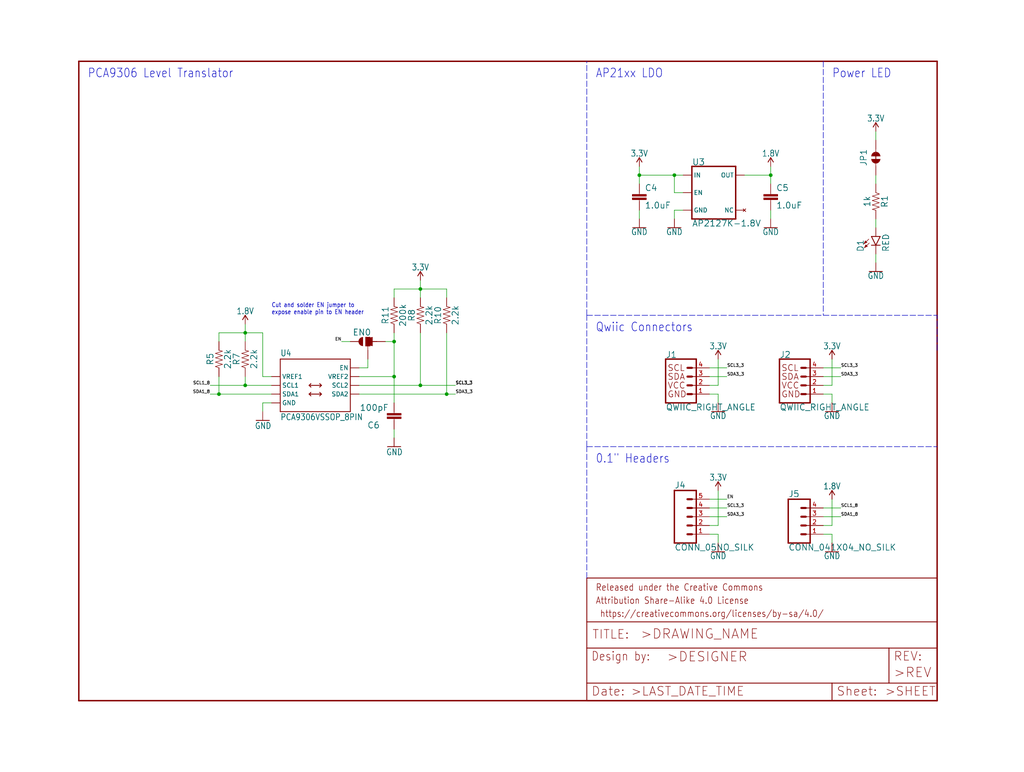
<source format=kicad_sch>
(kicad_sch (version 20211123) (generator eeschema)
  (paper "User" 297.002 223.926)
  (lib_symbols
    (symbol "eagleSchem-eagle-import:1.0UF-0603-16V-10%"
      (property "Reference" "C" (at 1.524 2.921 0))
      (property "Value" "1.0UF-0603-16V-10%" (at 1.524 -2.159 0))
      (symbol "1.0UF-0603-16V-10%_1_0"
        (rectangle (start -2.032 0.508) (end 2.032 1.016) (fill (type outline)))
        (rectangle (start -2.032 1.524) (end 2.032 2.032) (fill (type outline)))
        (polyline (pts (xy 0 0) (xy 0 0.508)) (stroke (width 0.1524)))
        (polyline (pts (xy 0 2.54) (xy 0 2.032)) (stroke (width 0.1524)))
        (pin passive line (at 0 5.08 270) (length 2.54) (name "1") (number "1"))
        (pin passive line (at 0 -2.54 90) (length 2.54) (name "2") (number "2"))
      )
    )
    (symbol "eagleSchem-eagle-import:1.8V" (power)
      (property "Value" "1.8V" (at 0 2.794 0))
      (symbol "1.8V_1_0"
        (polyline (pts (xy 0 2.54) (xy -0.762 1.27)) (stroke (width 0.254)))
        (polyline (pts (xy 0.762 1.27) (xy 0 2.54)) (stroke (width 0.254)))
        (pin power_in line (at 0 0 90) (length 2.54) (name "1.8V") (number "1"))
      )
    )
    (symbol "eagleSchem-eagle-import:100PF-0603-50V-5%"
      (property "Reference" "C" (at 1.524 2.921 0))
      (property "Value" "100PF-0603-50V-5%" (at 1.524 -2.159 0))
      (symbol "100PF-0603-50V-5%_1_0"
        (rectangle (start -2.032 0.508) (end 2.032 1.016) (fill (type outline)))
        (rectangle (start -2.032 1.524) (end 2.032 2.032) (fill (type outline)))
        (polyline (pts (xy 0 0) (xy 0 0.508)) (stroke (width 0.1524)))
        (polyline (pts (xy 0 2.54) (xy 0 2.032)) (stroke (width 0.1524)))
        (pin passive line (at 0 5.08 270) (length 2.54) (name "1") (number "1"))
        (pin passive line (at 0 -2.54 90) (length 2.54) (name "2") (number "2"))
      )
    )
    (symbol "eagleSchem-eagle-import:1KOHM-0603-1{slash}10W-1%"
      (property "Reference" "R" (at 0 1.524 0))
      (property "Value" "1KOHM-0603-1{slash}10W-1%" (at 0 -1.524 0))
      (symbol "1KOHM-0603-1{slash}10W-1%_1_0"
        (polyline (pts (xy -2.54 0) (xy -2.159 1.016)) (stroke (width 0.1524)))
        (polyline (pts (xy -2.159 1.016) (xy -1.524 -1.016)) (stroke (width 0.1524)))
        (polyline (pts (xy -1.524 -1.016) (xy -0.889 1.016)) (stroke (width 0.1524)))
        (polyline (pts (xy -0.889 1.016) (xy -0.254 -1.016)) (stroke (width 0.1524)))
        (polyline (pts (xy -0.254 -1.016) (xy 0.381 1.016)) (stroke (width 0.1524)))
        (polyline (pts (xy 0.381 1.016) (xy 1.016 -1.016)) (stroke (width 0.1524)))
        (polyline (pts (xy 1.016 -1.016) (xy 1.651 1.016)) (stroke (width 0.1524)))
        (polyline (pts (xy 1.651 1.016) (xy 2.286 -1.016)) (stroke (width 0.1524)))
        (polyline (pts (xy 2.286 -1.016) (xy 2.54 0)) (stroke (width 0.1524)))
        (pin passive line (at -5.08 0 0) (length 2.54) (name "1") (number "1"))
        (pin passive line (at 5.08 0 180) (length 2.54) (name "2") (number "2"))
      )
    )
    (symbol "eagleSchem-eagle-import:2.2KOHM-0603-1{slash}10W-1%"
      (property "Reference" "R" (at 0 1.524 0))
      (property "Value" "2.2KOHM-0603-1{slash}10W-1%" (at 0 -1.524 0))
      (symbol "2.2KOHM-0603-1{slash}10W-1%_1_0"
        (polyline (pts (xy -2.54 0) (xy -2.159 1.016)) (stroke (width 0.1524)))
        (polyline (pts (xy -2.159 1.016) (xy -1.524 -1.016)) (stroke (width 0.1524)))
        (polyline (pts (xy -1.524 -1.016) (xy -0.889 1.016)) (stroke (width 0.1524)))
        (polyline (pts (xy -0.889 1.016) (xy -0.254 -1.016)) (stroke (width 0.1524)))
        (polyline (pts (xy -0.254 -1.016) (xy 0.381 1.016)) (stroke (width 0.1524)))
        (polyline (pts (xy 0.381 1.016) (xy 1.016 -1.016)) (stroke (width 0.1524)))
        (polyline (pts (xy 1.016 -1.016) (xy 1.651 1.016)) (stroke (width 0.1524)))
        (polyline (pts (xy 1.651 1.016) (xy 2.286 -1.016)) (stroke (width 0.1524)))
        (polyline (pts (xy 2.286 -1.016) (xy 2.54 0)) (stroke (width 0.1524)))
        (pin passive line (at -5.08 0 0) (length 2.54) (name "1") (number "1"))
        (pin passive line (at 5.08 0 180) (length 2.54) (name "2") (number "2"))
      )
    )
    (symbol "eagleSchem-eagle-import:200KOHM-0603-1{slash}10W-1%"
      (property "Reference" "R" (at 0 1.524 0))
      (property "Value" "200KOHM-0603-1{slash}10W-1%" (at 0 -1.524 0))
      (symbol "200KOHM-0603-1{slash}10W-1%_1_0"
        (polyline (pts (xy -2.54 0) (xy -2.159 1.016)) (stroke (width 0.1524)))
        (polyline (pts (xy -2.159 1.016) (xy -1.524 -1.016)) (stroke (width 0.1524)))
        (polyline (pts (xy -1.524 -1.016) (xy -0.889 1.016)) (stroke (width 0.1524)))
        (polyline (pts (xy -0.889 1.016) (xy -0.254 -1.016)) (stroke (width 0.1524)))
        (polyline (pts (xy -0.254 -1.016) (xy 0.381 1.016)) (stroke (width 0.1524)))
        (polyline (pts (xy 0.381 1.016) (xy 1.016 -1.016)) (stroke (width 0.1524)))
        (polyline (pts (xy 1.016 -1.016) (xy 1.651 1.016)) (stroke (width 0.1524)))
        (polyline (pts (xy 1.651 1.016) (xy 2.286 -1.016)) (stroke (width 0.1524)))
        (polyline (pts (xy 2.286 -1.016) (xy 2.54 0)) (stroke (width 0.1524)))
        (pin passive line (at -5.08 0 0) (length 2.54) (name "1") (number "1"))
        (pin passive line (at 5.08 0 180) (length 2.54) (name "2") (number "2"))
      )
    )
    (symbol "eagleSchem-eagle-import:3.3V" (power)
      (property "Value" "3.3V" (at 0 2.794 0))
      (symbol "3.3V_1_0"
        (polyline (pts (xy 0 2.54) (xy -0.762 1.27)) (stroke (width 0.254)))
        (polyline (pts (xy 0.762 1.27) (xy 0 2.54)) (stroke (width 0.254)))
        (pin power_in line (at 0 0 90) (length 2.54) (name "3.3V") (number "1"))
      )
    )
    (symbol "eagleSchem-eagle-import:CONN_041X04_NO_SILK"
      (property "Reference" "J" (at -5.08 8.128 0))
      (property "Value" "CONN_041X04_NO_SILK" (at -5.08 -7.366 0))
      (symbol "CONN_041X04_NO_SILK_1_0"
        (polyline (pts (xy -5.08 7.62) (xy -5.08 -5.08)) (stroke (width 0.4064)))
        (polyline (pts (xy -5.08 7.62) (xy 1.27 7.62)) (stroke (width 0.4064)))
        (polyline (pts (xy -1.27 -2.54) (xy 0 -2.54)) (stroke (width 0.6096)))
        (polyline (pts (xy -1.27 0) (xy 0 0)) (stroke (width 0.6096)))
        (polyline (pts (xy -1.27 2.54) (xy 0 2.54)) (stroke (width 0.6096)))
        (polyline (pts (xy -1.27 5.08) (xy 0 5.08)) (stroke (width 0.6096)))
        (polyline (pts (xy 1.27 -5.08) (xy -5.08 -5.08)) (stroke (width 0.4064)))
        (polyline (pts (xy 1.27 -5.08) (xy 1.27 7.62)) (stroke (width 0.4064)))
        (pin passive line (at 5.08 -2.54 180) (length 5.08) (name "1") (number "1"))
        (pin passive line (at 5.08 0 180) (length 5.08) (name "2") (number "2"))
        (pin passive line (at 5.08 2.54 180) (length 5.08) (name "3") (number "3"))
        (pin passive line (at 5.08 5.08 180) (length 5.08) (name "4") (number "4"))
      )
    )
    (symbol "eagleSchem-eagle-import:CONN_05NO_SILK"
      (property "Reference" "J" (at -2.54 8.128 0))
      (property "Value" "CONN_05NO_SILK" (at -2.54 -9.906 0))
      (symbol "CONN_05NO_SILK_1_0"
        (polyline (pts (xy -2.54 7.62) (xy -2.54 -7.62)) (stroke (width 0.4064)))
        (polyline (pts (xy -2.54 7.62) (xy 3.81 7.62)) (stroke (width 0.4064)))
        (polyline (pts (xy 1.27 -5.08) (xy 2.54 -5.08)) (stroke (width 0.6096)))
        (polyline (pts (xy 1.27 -2.54) (xy 2.54 -2.54)) (stroke (width 0.6096)))
        (polyline (pts (xy 1.27 0) (xy 2.54 0)) (stroke (width 0.6096)))
        (polyline (pts (xy 1.27 2.54) (xy 2.54 2.54)) (stroke (width 0.6096)))
        (polyline (pts (xy 1.27 5.08) (xy 2.54 5.08)) (stroke (width 0.6096)))
        (polyline (pts (xy 3.81 -7.62) (xy -2.54 -7.62)) (stroke (width 0.4064)))
        (polyline (pts (xy 3.81 -7.62) (xy 3.81 7.62)) (stroke (width 0.4064)))
        (pin passive line (at 7.62 -5.08 180) (length 5.08) (name "1") (number "1"))
        (pin passive line (at 7.62 -2.54 180) (length 5.08) (name "2") (number "2"))
        (pin passive line (at 7.62 0 180) (length 5.08) (name "3") (number "3"))
        (pin passive line (at 7.62 2.54 180) (length 5.08) (name "4") (number "4"))
        (pin passive line (at 7.62 5.08 180) (length 5.08) (name "5") (number "5"))
      )
    )
    (symbol "eagleSchem-eagle-import:FRAME-LETTER"
      (symbol "FRAME-LETTER_1_0"
        (polyline (pts (xy 0 0) (xy 248.92 0)) (stroke (width 0.4064)))
        (polyline (pts (xy 0 185.42) (xy 0 0)) (stroke (width 0.4064)))
        (polyline (pts (xy 0 185.42) (xy 248.92 185.42)) (stroke (width 0.4064)))
        (polyline (pts (xy 248.92 185.42) (xy 248.92 0)) (stroke (width 0.4064)))
      )
      (symbol "FRAME-LETTER_2_0"
        (polyline (pts (xy 0 0) (xy 0 5.08)) (stroke (width 0.254)))
        (polyline (pts (xy 0 0) (xy 71.12 0)) (stroke (width 0.254)))
        (polyline (pts (xy 0 5.08) (xy 0 15.24)) (stroke (width 0.254)))
        (polyline (pts (xy 0 5.08) (xy 71.12 5.08)) (stroke (width 0.254)))
        (polyline (pts (xy 0 15.24) (xy 0 22.86)) (stroke (width 0.254)))
        (polyline (pts (xy 0 22.86) (xy 0 35.56)) (stroke (width 0.254)))
        (polyline (pts (xy 0 22.86) (xy 101.6 22.86)) (stroke (width 0.254)))
        (polyline (pts (xy 71.12 0) (xy 101.6 0)) (stroke (width 0.254)))
        (polyline (pts (xy 71.12 5.08) (xy 71.12 0)) (stroke (width 0.254)))
        (polyline (pts (xy 71.12 5.08) (xy 87.63 5.08)) (stroke (width 0.254)))
        (polyline (pts (xy 87.63 5.08) (xy 101.6 5.08)) (stroke (width 0.254)))
        (polyline (pts (xy 87.63 15.24) (xy 0 15.24)) (stroke (width 0.254)))
        (polyline (pts (xy 87.63 15.24) (xy 87.63 5.08)) (stroke (width 0.254)))
        (polyline (pts (xy 101.6 5.08) (xy 101.6 0)) (stroke (width 0.254)))
        (polyline (pts (xy 101.6 15.24) (xy 87.63 15.24)) (stroke (width 0.254)))
        (polyline (pts (xy 101.6 15.24) (xy 101.6 5.08)) (stroke (width 0.254)))
        (polyline (pts (xy 101.6 22.86) (xy 101.6 15.24)) (stroke (width 0.254)))
        (polyline (pts (xy 101.6 35.56) (xy 0 35.56)) (stroke (width 0.254)))
        (polyline (pts (xy 101.6 35.56) (xy 101.6 22.86)) (stroke (width 0.254)))
        (text " https://creativecommons.org/licenses/by-sa/4.0/" (at 2.54 24.13 0) (effects (font (size 1.9304 1.6408)) (justify left bottom)))
        (text ">DESIGNER" (at 23.114 11.176 0) (effects (font (size 2.7432 2.7432)) (justify left bottom)))
        (text ">DRAWING_NAME" (at 15.494 17.78 0) (effects (font (size 2.7432 2.7432)) (justify left bottom)))
        (text ">LAST_DATE_TIME" (at 12.7 1.27 0) (effects (font (size 2.54 2.54)) (justify left bottom)))
        (text ">REV" (at 88.9 6.604 0) (effects (font (size 2.7432 2.7432)) (justify left bottom)))
        (text ">SHEET" (at 86.36 1.27 0) (effects (font (size 2.54 2.54)) (justify left bottom)))
        (text "Attribution Share-Alike 4.0 License" (at 2.54 27.94 0) (effects (font (size 1.9304 1.6408)) (justify left bottom)))
        (text "Date:" (at 1.27 1.27 0) (effects (font (size 2.54 2.54)) (justify left bottom)))
        (text "Design by:" (at 1.27 11.43 0) (effects (font (size 2.54 2.159)) (justify left bottom)))
        (text "Released under the Creative Commons" (at 2.54 31.75 0) (effects (font (size 1.9304 1.6408)) (justify left bottom)))
        (text "REV:" (at 88.9 11.43 0) (effects (font (size 2.54 2.54)) (justify left bottom)))
        (text "Sheet:" (at 72.39 1.27 0) (effects (font (size 2.54 2.54)) (justify left bottom)))
        (text "TITLE:" (at 1.524 17.78 0) (effects (font (size 2.54 2.54)) (justify left bottom)))
      )
    )
    (symbol "eagleSchem-eagle-import:GND" (power)
      (property "Value" "GND" (at -2.54 -2.54 0))
      (symbol "GND_1_0"
        (polyline (pts (xy -1.905 0) (xy 1.905 0)) (stroke (width 0.254)))
        (pin power_in line (at 0 2.54 270) (length 2.54) (name "GND") (number "1"))
      )
    )
    (symbol "eagleSchem-eagle-import:JUMPER-SMT_2_NC_TRACE_SILK"
      (property "Reference" "JP" (at -2.54 2.54 0))
      (property "Value" "JUMPER-SMT_2_NC_TRACE_SILK" (at -2.54 -2.54 0))
      (symbol "JUMPER-SMT_2_NC_TRACE_SILK_1_0"
        (arc (start -0.381 1.2699) (mid -1.6508 0) (end -0.381 -1.2699) (stroke (width 0.0001)) (fill (type outline)))
        (polyline (pts (xy -2.54 0) (xy -1.651 0)) (stroke (width 0.1524)))
        (polyline (pts (xy -0.762 0) (xy 1.016 0)) (stroke (width 0.254)))
        (polyline (pts (xy 2.54 0) (xy 1.651 0)) (stroke (width 0.1524)))
        (arc (start 0.381 -1.2698) (mid 1.279 -0.898) (end 1.6509 0) (stroke (width 0.0001)) (fill (type outline)))
        (arc (start 1.651 0) (mid 1.2789 0.8979) (end 0.381 1.2699) (stroke (width 0.0001)) (fill (type outline)))
        (pin passive line (at -5.08 0 0) (length 2.54) (name "1") (number "1"))
        (pin passive line (at 5.08 0 180) (length 2.54) (name "2") (number "2"))
      )
    )
    (symbol "eagleSchem-eagle-import:JUMPER-SMT_3_1-NC_TRACE_SILK"
      (property "Reference" "JP" (at 2.54 0.381 0))
      (property "Value" "JUMPER-SMT_3_1-NC_TRACE_SILK" (at 2.54 -0.381 0))
      (symbol "JUMPER-SMT_3_1-NC_TRACE_SILK_1_0"
        (rectangle (start -1.27 -0.635) (end 1.27 0.635) (fill (type outline)))
        (polyline (pts (xy -2.54 0) (xy -1.27 0)) (stroke (width 0.1524)))
        (polyline (pts (xy -1.27 -0.635) (xy -1.27 0)) (stroke (width 0.1524)))
        (polyline (pts (xy -1.27 0) (xy -1.27 0.635)) (stroke (width 0.1524)))
        (polyline (pts (xy -1.27 0.635) (xy 1.27 0.635)) (stroke (width 0.1524)))
        (polyline (pts (xy 0 0) (xy 0 -2.54)) (stroke (width 0.254)))
        (polyline (pts (xy 1.27 -0.635) (xy -1.27 -0.635)) (stroke (width 0.1524)))
        (polyline (pts (xy 1.27 0.635) (xy 1.27 -0.635)) (stroke (width 0.1524)))
        (arc (start 1.27 -1.397) (mid 0 -0.127) (end -1.27 -1.397) (stroke (width 0.0001)) (fill (type outline)))
        (arc (start 1.27 1.397) (mid 0 2.667) (end -1.27 1.397) (stroke (width 0.0001)) (fill (type outline)))
        (pin passive line (at 0 5.08 270) (length 2.54) (name "1") (number "1"))
        (pin passive line (at -5.08 0 0) (length 2.54) (name "2") (number "2"))
        (pin passive line (at 0 -5.08 90) (length 2.54) (name "3") (number "3"))
      )
    )
    (symbol "eagleSchem-eagle-import:LED-RED0603"
      (property "Reference" "D" (at -3.429 -4.572 90))
      (property "Value" "LED-RED0603" (at 1.905 -4.572 90))
      (symbol "LED-RED0603_1_0"
        (polyline (pts (xy -2.032 -0.762) (xy -3.429 -2.159)) (stroke (width 0.1524)))
        (polyline (pts (xy -1.905 -1.905) (xy -3.302 -3.302)) (stroke (width 0.1524)))
        (polyline (pts (xy 0 -2.54) (xy -1.27 -2.54)) (stroke (width 0.254)))
        (polyline (pts (xy 0 -2.54) (xy -1.27 0)) (stroke (width 0.254)))
        (polyline (pts (xy 1.27 -2.54) (xy 0 -2.54)) (stroke (width 0.254)))
        (polyline (pts (xy 1.27 0) (xy -1.27 0)) (stroke (width 0.254)))
        (polyline (pts (xy 1.27 0) (xy 0 -2.54)) (stroke (width 0.254)))
        (polyline (pts (xy -3.429 -2.159) (xy -3.048 -1.27) (xy -2.54 -1.778)) (fill (type outline)))
        (polyline (pts (xy -3.302 -3.302) (xy -2.921 -2.413) (xy -2.413 -2.921)) (fill (type outline)))
        (pin passive line (at 0 2.54 270) (length 2.54) (name "A") (number "A"))
        (pin passive line (at 0 -5.08 90) (length 2.54) (name "C") (number "C"))
      )
    )
    (symbol "eagleSchem-eagle-import:PCA9306VSSOP_8PIN"
      (property "Reference" "U" (at -10.16 8.382 0))
      (property "Value" "PCA9306VSSOP_8PIN" (at -10.16 -10.16 0))
      (symbol "PCA9306VSSOP_8PIN_1_0"
        (polyline (pts (xy -10.16 -7.62) (xy 10.16 -7.62)) (stroke (width 0.254)))
        (polyline (pts (xy -10.16 7.62) (xy -10.16 -7.62)) (stroke (width 0.254)))
        (polyline (pts (xy -1.778 -2.54) (xy -1.27 -3.048)) (stroke (width 0.254)))
        (polyline (pts (xy -1.778 -2.54) (xy -1.27 -2.032)) (stroke (width 0.254)))
        (polyline (pts (xy -1.778 0) (xy -1.27 -0.508)) (stroke (width 0.254)))
        (polyline (pts (xy -1.778 0) (xy -1.27 0.508)) (stroke (width 0.254)))
        (polyline (pts (xy 1.778 -2.54) (xy -1.778 -2.54)) (stroke (width 0.254)))
        (polyline (pts (xy 1.778 -2.54) (xy 1.27 -3.048)) (stroke (width 0.254)))
        (polyline (pts (xy 1.778 -2.54) (xy 1.27 -2.032)) (stroke (width 0.254)))
        (polyline (pts (xy 1.778 0) (xy -1.778 0)) (stroke (width 0.254)))
        (polyline (pts (xy 1.778 0) (xy 1.27 -0.508)) (stroke (width 0.254)))
        (polyline (pts (xy 1.778 0) (xy 1.27 0.508)) (stroke (width 0.254)))
        (polyline (pts (xy 10.16 -7.62) (xy 10.16 7.62)) (stroke (width 0.254)))
        (polyline (pts (xy 10.16 7.62) (xy -10.16 7.62)) (stroke (width 0.254)))
        (pin power_in line (at -12.7 -5.08 0) (length 2.54) (name "GND") (number "P1"))
        (pin power_in line (at -12.7 2.54 0) (length 2.54) (name "VREF1") (number "P2"))
        (pin bidirectional line (at -12.7 0 0) (length 2.54) (name "SCL1") (number "P3"))
        (pin bidirectional line (at -12.7 -2.54 0) (length 2.54) (name "SDA1") (number "P4"))
        (pin bidirectional line (at 12.7 -2.54 180) (length 2.54) (name "SDA2") (number "P5"))
        (pin bidirectional line (at 12.7 0 180) (length 2.54) (name "SCL2") (number "P6"))
        (pin power_in line (at 12.7 2.54 180) (length 2.54) (name "VREF2") (number "P7"))
        (pin input line (at 12.7 5.08 180) (length 2.54) (name "EN") (number "P8"))
      )
    )
    (symbol "eagleSchem-eagle-import:QWIIC_CONNECTORJS-1MM"
      (property "Reference" "J" (at -5.08 7.874 0))
      (property "Value" "QWIIC_CONNECTORJS-1MM" (at -5.08 -5.334 0))
      (symbol "QWIIC_CONNECTORJS-1MM_1_0"
        (polyline (pts (xy -5.08 7.62) (xy -5.08 -5.08)) (stroke (width 0.4064)))
        (polyline (pts (xy -5.08 7.62) (xy 3.81 7.62)) (stroke (width 0.4064)))
        (polyline (pts (xy 1.27 -2.54) (xy 2.54 -2.54)) (stroke (width 0.6096)))
        (polyline (pts (xy 1.27 0) (xy 2.54 0)) (stroke (width 0.6096)))
        (polyline (pts (xy 1.27 2.54) (xy 2.54 2.54)) (stroke (width 0.6096)))
        (polyline (pts (xy 1.27 5.08) (xy 2.54 5.08)) (stroke (width 0.6096)))
        (polyline (pts (xy 3.81 -5.08) (xy -5.08 -5.08)) (stroke (width 0.4064)))
        (polyline (pts (xy 3.81 -5.08) (xy 3.81 7.62)) (stroke (width 0.4064)))
        (text "GND" (at -4.572 -2.54 0) (effects (font (size 1.778 1.778)) (justify left)))
        (text "SCL" (at -4.572 5.08 0) (effects (font (size 1.778 1.778)) (justify left)))
        (text "SDA" (at -4.572 2.54 0) (effects (font (size 1.778 1.778)) (justify left)))
        (text "VCC" (at -4.572 0 0) (effects (font (size 1.778 1.778)) (justify left)))
        (pin power_in line (at 7.62 -2.54 180) (length 5.08) (name "1") (number "1"))
        (pin power_in line (at 7.62 0 180) (length 5.08) (name "2") (number "2"))
        (pin passive line (at 7.62 2.54 180) (length 5.08) (name "3") (number "3"))
        (pin passive line (at 7.62 5.08 180) (length 5.08) (name "4") (number "4"))
      )
    )
    (symbol "eagleSchem-eagle-import:V_REG_AP2127K-1.8V"
      (property "Reference" "U" (at -7.62 7.874 0))
      (property "Value" "V_REG_AP2127K-1.8V" (at -7.62 -7.874 0))
      (symbol "V_REG_AP2127K-1.8V_1_0"
        (polyline (pts (xy -7.62 -7.62) (xy 5.08 -7.62)) (stroke (width 0.4064)))
        (polyline (pts (xy -7.62 7.62) (xy -7.62 -7.62)) (stroke (width 0.4064)))
        (polyline (pts (xy 5.08 -7.62) (xy 5.08 7.62)) (stroke (width 0.4064)))
        (polyline (pts (xy 5.08 7.62) (xy -7.62 7.62)) (stroke (width 0.4064)))
        (pin input line (at -10.16 5.08 0) (length 2.54) (name "IN") (number "1"))
        (pin input line (at -10.16 -5.08 0) (length 2.54) (name "GND") (number "2"))
        (pin input line (at -10.16 0 0) (length 2.54) (name "EN") (number "3"))
        (pin no_connect line (at 7.62 -5.08 180) (length 2.54) (name "NC") (number "4"))
        (pin passive line (at 7.62 5.08 180) (length 2.54) (name "OUT") (number "5"))
      )
    )
  )
  (junction (at 195.58 50.8))
  (junction (at 114.3 99.06))
  (junction (at 121.92 111.76))
  (junction (at 129.54 114.3))
  (junction (at 223.52 50.8))
  (junction (at 71.12 111.76))
  (junction (at 71.12 96.52))
  (junction (at 63.5 114.3))
  (junction (at 114.3 109.22))
  (junction (at 185.42 50.8))
  (junction (at 121.92 83.82))
  (wire (pts (xy 76.2 96.52) (xy 71.12 96.52)))
  (wire (pts (xy 238.76 154.94) (xy 241.3 154.94)))
  (wire (pts (xy 241.3 154.94) (xy 241.3 157.48)))
  (wire (pts (xy 71.12 109.22) (xy 71.12 111.76)))
  (wire (pts (xy 223.52 53.34) (xy 223.52 50.8)))
  (wire (pts (xy 121.92 83.82) (xy 121.92 81.28)))
  (wire (pts (xy 114.3 83.82) (xy 121.92 83.82)))
  (polyline (pts (xy 271.78 101.6) (xy 271.78 91.44)))
  (wire (pts (xy 208.28 111.76) (xy 208.28 104.14)))
  (wire (pts (xy 205.74 152.4) (xy 208.28 152.4)))
  (wire (pts (xy 195.58 55.88) (xy 195.58 50.8)))
  (wire (pts (xy 63.5 99.06) (xy 63.5 96.52)))
  (wire (pts (xy 121.92 96.52) (xy 121.92 111.76)))
  (wire (pts (xy 205.74 147.32) (xy 210.82 147.32)))
  (wire (pts (xy 238.76 149.86) (xy 243.84 149.86)))
  (wire (pts (xy 114.3 124.46) (xy 114.3 127)))
  (wire (pts (xy 254 63.5) (xy 254 66.04)))
  (wire (pts (xy 238.76 106.68) (xy 243.84 106.68)))
  (polyline (pts (xy 238.76 17.78) (xy 238.76 91.44)))
  (wire (pts (xy 78.74 116.84) (xy 76.2 116.84)))
  (wire (pts (xy 205.74 149.86) (xy 210.82 149.86)))
  (wire (pts (xy 198.12 50.8) (xy 195.58 50.8)))
  (polyline (pts (xy 170.18 91.44) (xy 238.76 91.44)))
  (wire (pts (xy 205.74 111.76) (xy 208.28 111.76)))
  (polyline (pts (xy 170.18 129.54) (xy 170.18 91.44)))
  (wire (pts (xy 223.52 48.26) (xy 223.52 50.8)))
  (wire (pts (xy 195.58 50.8) (xy 185.42 50.8)))
  (wire (pts (xy 114.3 99.06) (xy 114.3 109.22)))
  (wire (pts (xy 71.12 96.52) (xy 63.5 96.52)))
  (wire (pts (xy 63.5 109.22) (xy 63.5 114.3)))
  (wire (pts (xy 254 40.64) (xy 254 38.1)))
  (polyline (pts (xy 170.18 167.64) (xy 170.18 129.54)))
  (wire (pts (xy 215.9 50.8) (xy 223.52 50.8)))
  (wire (pts (xy 114.3 96.52) (xy 114.3 99.06)))
  (polyline (pts (xy 238.76 91.44) (xy 271.78 91.44)))
  (wire (pts (xy 238.76 147.32) (xy 243.84 147.32)))
  (wire (pts (xy 71.12 99.06) (xy 71.12 96.52)))
  (wire (pts (xy 223.52 60.96) (xy 223.52 63.5)))
  (wire (pts (xy 129.54 114.3) (xy 132.08 114.3)))
  (polyline (pts (xy 170.18 91.44) (xy 170.18 17.78)))
  (wire (pts (xy 129.54 86.36) (xy 129.54 83.82)))
  (wire (pts (xy 238.76 111.76) (xy 241.3 111.76)))
  (wire (pts (xy 238.76 152.4) (xy 241.3 152.4)))
  (wire (pts (xy 241.3 114.3) (xy 241.3 116.84)))
  (wire (pts (xy 104.14 106.68) (xy 106.68 106.68)))
  (wire (pts (xy 78.74 114.3) (xy 63.5 114.3)))
  (wire (pts (xy 114.3 109.22) (xy 114.3 116.84)))
  (wire (pts (xy 76.2 116.84) (xy 76.2 119.38)))
  (wire (pts (xy 198.12 60.96) (xy 195.58 60.96)))
  (wire (pts (xy 121.92 83.82) (xy 129.54 83.82)))
  (wire (pts (xy 101.6 99.06) (xy 99.06 99.06)))
  (wire (pts (xy 63.5 114.3) (xy 60.96 114.3)))
  (wire (pts (xy 185.42 50.8) (xy 185.42 48.26)))
  (wire (pts (xy 241.3 152.4) (xy 241.3 144.78)))
  (wire (pts (xy 198.12 55.88) (xy 195.58 55.88)))
  (wire (pts (xy 71.12 96.52) (xy 71.12 93.98)))
  (wire (pts (xy 185.42 60.96) (xy 185.42 63.5)))
  (wire (pts (xy 205.74 114.3) (xy 208.28 114.3)))
  (wire (pts (xy 254 53.34) (xy 254 50.8)))
  (wire (pts (xy 121.92 86.36) (xy 121.92 83.82)))
  (wire (pts (xy 104.14 109.22) (xy 114.3 109.22)))
  (wire (pts (xy 208.28 114.3) (xy 208.28 116.84)))
  (wire (pts (xy 121.92 111.76) (xy 132.08 111.76)))
  (wire (pts (xy 208.28 152.4) (xy 208.28 142.24)))
  (wire (pts (xy 254 73.66) (xy 254 76.2)))
  (wire (pts (xy 104.14 111.76) (xy 121.92 111.76)))
  (wire (pts (xy 205.74 109.22) (xy 210.82 109.22)))
  (wire (pts (xy 78.74 109.22) (xy 76.2 109.22)))
  (wire (pts (xy 205.74 154.94) (xy 208.28 154.94)))
  (wire (pts (xy 205.74 144.78) (xy 210.82 144.78)))
  (wire (pts (xy 185.42 53.34) (xy 185.42 50.8)))
  (wire (pts (xy 106.68 106.68) (xy 106.68 104.14)))
  (wire (pts (xy 241.3 111.76) (xy 241.3 104.14)))
  (wire (pts (xy 205.74 106.68) (xy 210.82 106.68)))
  (wire (pts (xy 208.28 154.94) (xy 208.28 157.48)))
  (wire (pts (xy 71.12 111.76) (xy 60.96 111.76)))
  (wire (pts (xy 114.3 86.36) (xy 114.3 83.82)))
  (wire (pts (xy 78.74 111.76) (xy 71.12 111.76)))
  (wire (pts (xy 111.76 99.06) (xy 114.3 99.06)))
  (wire (pts (xy 238.76 109.22) (xy 243.84 109.22)))
  (wire (pts (xy 76.2 109.22) (xy 76.2 96.52)))
  (wire (pts (xy 129.54 96.52) (xy 129.54 114.3)))
  (wire (pts (xy 104.14 114.3) (xy 129.54 114.3)))
  (wire (pts (xy 195.58 60.96) (xy 195.58 63.5)))
  (wire (pts (xy 238.76 114.3) (xy 241.3 114.3)))
  (polyline (pts (xy 170.18 129.54) (xy 271.78 129.54)))
  (text "Cut and solder EN jumper to\nexpose enable pin to EN header" (at 78.74 91.44 180) (effects (font (size 1.27 1.0795)) (justify left bottom)))
  (text "Qwiic Connectors" (at 172.72 96.52 180) (effects (font (size 2.54 2.159)) (justify left bottom)))
  (text "AP21xx LDO" (at 172.72 22.86 180) (effects (font (size 2.54 2.159)) (justify left bottom)))
  (text "PCA9306 Level Translator" (at 25.4 22.86 180) (effects (font (size 2.54 2.159)) (justify left bottom)))
  (text "0.1\" Headers" (at 172.72 134.62 180) (effects (font (size 2.54 2.159)) (justify left bottom)))
  (text "Power LED" (at 241.3 22.86 180) (effects (font (size 2.54 2.159)) (justify left bottom)))
  (label "SDA1_8" (at 243.84 149.86 0) (effects (font (size 0.889 0.889))))
  (label "SCL3_3" (at 132.08 111.76 0) (effects (font (size 0.889 0.889))))
  (label "SDA1_8" (at 60.96 114.3 180) (effects (font (size 0.889 0.889))))
  (label "SCL1_8" (at 243.84 147.32 0) (effects (font (size 0.889 0.889))))
  (label "SCL3_3" (at 132.08 111.76 0) (effects (font (size 0.889 0.889))))
  (label "SCL1_8" (at 60.96 111.76 180) (effects (font (size 0.889 0.889))))
  (label "SCL3_3" (at 210.82 147.32 0) (effects (font (size 0.889 0.889))))
  (label "SDA3_3" (at 243.84 109.22 0) (effects (font (size 0.889 0.889))))
  (label "SDA3_3" (at 210.82 109.22 0) (effects (font (size 0.889 0.889))))
  (label "SDA3_3" (at 132.08 114.3 0) (effects (font (size 0.889 0.889))))
  (label "EN" (at 210.82 144.78 0) (effects (font (size 0.889 0.889))))
  (label "SCL3_3" (at 243.84 106.68 0) (effects (font (size 0.889 0.889))))
  (label "SCL3_3" (at 210.82 106.68 0) (effects (font (size 0.889 0.889))))
  (label "SDA3_3" (at 210.82 149.86 0) (effects (font (size 0.889 0.889))))
  (label "EN" (at 99.06 99.06 180) (effects (font (size 0.889 0.889))))
  (symbol (lib_id "eagleSchem-eagle-import:3.3V") (at 185.42 48.26 0) (unit 1)
    (property "Reference" "#SUPPLY3" (effects hide))
    (property "Value" "3.3V" (at 185.42 45.466 0) (effects (font (size 1.778 1.5113)) (justify bottom)))
    (property "Footprint" "eagleSchem:" (effects hide))
  )
  (symbol (lib_id "eagleSchem-eagle-import:V_REG_AP2127K-1.8V") (at 208.28 55.88 0) (unit 1)
    (property "Reference" "U3" (at 200.66 48.006 0) (effects (font (size 1.778 1.778)) (justify left bottom)))
    (property "Value" "AP2127K-1.8V" (at 200.66 63.754 0) (effects (font (size 1.778 1.778)) (justify left top)))
    (property "Footprint" "eagleSchem:SOT23-5" (effects hide))
  )
  (symbol (lib_id "eagleSchem-eagle-import:FRAME-LETTER") (at 22.86 203.2 0) (unit 1)
    (property "Reference" "FRAME1" (effects hide))
    (property "Value" "FRAME-LETTER" (effects hide))
    (property "Footprint" "eagleSchem:CREATIVE_COMMONS" (effects hide))
  )
  (symbol (lib_id "eagleSchem-eagle-import:GND") (at 208.28 160.02 0) (unit 1)
    (property "Reference" "#GND4" (effects hide))
    (property "Value" "GND" (at 208.28 160.274 0) (effects (font (size 1.778 1.5113)) (justify top)))
    (property "Footprint" "eagleSchem:" (effects hide))
  )
  (symbol (lib_id "eagleSchem-eagle-import:GND") (at 254 78.74 0) (unit 1)
    (property "Reference" "#GND5" (effects hide))
    (property "Value" "GND" (at 254 78.994 0) (effects (font (size 1.778 1.5113)) (justify top)))
    (property "Footprint" "eagleSchem:" (effects hide))
  )
  (symbol (lib_id "eagleSchem-eagle-import:1.8V") (at 223.52 48.26 0) (unit 1)
    (property "Reference" "#SUPPLY2" (effects hide))
    (property "Value" "1.8V" (at 223.52 45.466 0) (effects (font (size 1.778 1.5113)) (justify bottom)))
    (property "Footprint" "eagleSchem:" (effects hide))
  )
  (symbol (lib_id "eagleSchem-eagle-import:100PF-0603-50V-5%") (at 114.3 119.38 180) (unit 1)
    (property "Reference" "C6" (at 110.236 122.301 0) (effects (font (size 1.778 1.778)) (justify left bottom)))
    (property "Value" "100pF" (at 112.776 117.221 0) (effects (font (size 1.778 1.778)) (justify left bottom)))
    (property "Footprint" "eagleSchem:0603" (effects hide))
  )
  (symbol (lib_id "eagleSchem-eagle-import:GND") (at 223.52 66.04 0) (unit 1)
    (property "Reference" "#GND12" (effects hide))
    (property "Value" "GND" (at 223.52 66.294 0) (effects (font (size 1.778 1.5113)) (justify top)))
    (property "Footprint" "eagleSchem:" (effects hide))
  )
  (symbol (lib_id "eagleSchem-eagle-import:QWIIC_CONNECTORJS-1MM") (at 198.12 111.76 0) (unit 1)
    (property "Reference" "J1" (at 193.04 103.886 0) (effects (font (size 1.778 1.778)) (justify left bottom)))
    (property "Value" "QWIIC_RIGHT_ANGLE" (at 193.04 117.094 0) (effects (font (size 1.778 1.778)) (justify left top)))
    (property "Footprint" "eagleSchem:JST04_1MM_RA" (effects hide))
  )
  (symbol (lib_id "eagleSchem-eagle-import:1.0UF-0603-16V-10%") (at 185.42 58.42 0) (unit 1)
    (property "Reference" "C4" (at 186.944 55.499 0) (effects (font (size 1.778 1.778)) (justify left bottom)))
    (property "Value" "1.0uF" (at 186.944 60.579 0) (effects (font (size 1.778 1.778)) (justify left bottom)))
    (property "Footprint" "eagleSchem:0603" (effects hide))
  )
  (symbol (lib_id "eagleSchem-eagle-import:GND") (at 208.28 119.38 0) (unit 1)
    (property "Reference" "#GND1" (effects hide))
    (property "Value" "GND" (at 208.28 119.634 0) (effects (font (size 1.778 1.5113)) (justify top)))
    (property "Footprint" "eagleSchem:" (effects hide))
  )
  (symbol (lib_id "eagleSchem-eagle-import:2.2KOHM-0603-1{slash}10W-1%") (at 121.92 91.44 90) (unit 1)
    (property "Reference" "R8" (at 120.396 91.44 0) (effects (font (size 1.778 1.778)) (justify bottom)))
    (property "Value" "2.2k" (at 123.444 91.44 0) (effects (font (size 1.778 1.778)) (justify top)))
    (property "Footprint" "eagleSchem:0603" (effects hide))
  )
  (symbol (lib_id "eagleSchem-eagle-import:GND") (at 195.58 66.04 0) (unit 1)
    (property "Reference" "#GND9" (effects hide))
    (property "Value" "GND" (at 195.58 66.294 0) (effects (font (size 1.778 1.5113)) (justify top)))
    (property "Footprint" "eagleSchem:" (effects hide))
  )
  (symbol (lib_id "eagleSchem-eagle-import:1KOHM-0603-1{slash}10W-1%") (at 254 58.42 270) (unit 1)
    (property "Reference" "R1" (at 255.524 58.42 0) (effects (font (size 1.778 1.778)) (justify bottom)))
    (property "Value" "1k" (at 252.476 58.42 0) (effects (font (size 1.778 1.778)) (justify top)))
    (property "Footprint" "eagleSchem:0603" (effects hide))
  )
  (symbol (lib_id "eagleSchem-eagle-import:JUMPER-SMT_2_NC_TRACE_SILK") (at 254 45.72 90) (unit 1)
    (property "Reference" "JP1" (at 251.46 48.26 0) (effects (font (size 1.778 1.778)) (justify left bottom)))
    (property "Value" "JUMPER-SMT_2_NC_TRACE_SILK" (effects hide))
    (property "Footprint" "eagleSchem:SMT-JUMPER_2_NC_TRACE_SILK" (effects hide))
  )
  (symbol (lib_id "eagleSchem-eagle-import:JUMPER-SMT_3_1-NC_TRACE_SILK") (at 106.68 99.06 90) (unit 1)
    (property "Reference" "EN0" (at 107.696 95.377 90) (effects (font (size 1.778 1.778)) (justify left bottom)))
    (property "Value" "JUMPER-SMT_3_1-NC_TRACE_SILK" (effects hide))
    (property "Footprint" "eagleSchem:SMT-JUMPER_3_1-NC_TRACE_SILK" (effects hide))
  )
  (symbol (lib_id "eagleSchem-eagle-import:GND") (at 76.2 121.92 0) (mirror y) (unit 1)
    (property "Reference" "#GND15" (effects hide))
    (property "Value" "GND" (at 78.74 124.46 0) (effects (font (size 1.778 1.5113)) (justify left bottom)))
    (property "Footprint" "eagleSchem:" (effects hide))
  )
  (symbol (lib_id "eagleSchem-eagle-import:1.8V") (at 241.3 144.78 0) (unit 1)
    (property "Reference" "#SUPPLY8" (effects hide))
    (property "Value" "1.8V" (at 241.3 141.986 0) (effects (font (size 1.778 1.5113)) (justify bottom)))
    (property "Footprint" "eagleSchem:" (effects hide))
  )
  (symbol (lib_id "eagleSchem-eagle-import:3.3V") (at 254 38.1 0) (unit 1)
    (property "Reference" "#SUPPLY9" (effects hide))
    (property "Value" "3.3V" (at 254 35.306 0) (effects (font (size 1.778 1.5113)) (justify bottom)))
    (property "Footprint" "eagleSchem:" (effects hide))
  )
  (symbol (lib_id "eagleSchem-eagle-import:3.3V") (at 208.28 142.24 0) (unit 1)
    (property "Reference" "#SUPPLY7" (effects hide))
    (property "Value" "3.3V" (at 208.28 139.446 0) (effects (font (size 1.778 1.5113)) (justify bottom)))
    (property "Footprint" "eagleSchem:" (effects hide))
  )
  (symbol (lib_id "eagleSchem-eagle-import:2.2KOHM-0603-1{slash}10W-1%") (at 129.54 91.44 90) (unit 1)
    (property "Reference" "R10" (at 128.016 91.44 0) (effects (font (size 1.778 1.778)) (justify bottom)))
    (property "Value" "2.2k" (at 131.064 91.44 0) (effects (font (size 1.778 1.778)) (justify top)))
    (property "Footprint" "eagleSchem:0603" (effects hide))
  )
  (symbol (lib_id "eagleSchem-eagle-import:1.0UF-0603-16V-10%") (at 223.52 58.42 0) (unit 1)
    (property "Reference" "C5" (at 225.044 55.499 0) (effects (font (size 1.778 1.778)) (justify left bottom)))
    (property "Value" "1.0uF" (at 225.044 60.579 0) (effects (font (size 1.778 1.778)) (justify left bottom)))
    (property "Footprint" "eagleSchem:0603" (effects hide))
  )
  (symbol (lib_id "eagleSchem-eagle-import:200KOHM-0603-1{slash}10W-1%") (at 114.3 91.44 90) (unit 1)
    (property "Reference" "R11" (at 112.776 91.44 0) (effects (font (size 1.778 1.778)) (justify bottom)))
    (property "Value" "200k" (at 115.824 91.44 0) (effects (font (size 1.778 1.778)) (justify top)))
    (property "Footprint" "eagleSchem:0603" (effects hide))
  )
  (symbol (lib_id "eagleSchem-eagle-import:2.2KOHM-0603-1{slash}10W-1%") (at 71.12 104.14 90) (unit 1)
    (property "Reference" "R7" (at 69.596 104.14 0) (effects (font (size 1.778 1.778)) (justify bottom)))
    (property "Value" "2.2k" (at 72.644 104.14 0) (effects (font (size 1.778 1.778)) (justify top)))
    (property "Footprint" "eagleSchem:0603" (effects hide))
  )
  (symbol (lib_id "eagleSchem-eagle-import:FRAME-LETTER") (at 170.18 203.2 0) (unit 2)
    (property "Reference" "FRAME1" (effects hide))
    (property "Value" "FRAME-LETTER" (effects hide))
    (property "Footprint" "eagleSchem:CREATIVE_COMMONS" (effects hide))
  )
  (symbol (lib_id "eagleSchem-eagle-import:CONN_05NO_SILK") (at 198.12 149.86 0) (unit 1)
    (property "Reference" "J4" (at 195.58 141.732 0) (effects (font (size 1.778 1.778)) (justify left bottom)))
    (property "Value" "CONN_05NO_SILK" (at 195.58 159.766 0) (effects (font (size 1.778 1.778)) (justify left bottom)))
    (property "Footprint" "eagleSchem:1X05_NO_SILK" (effects hide))
  )
  (symbol (lib_id "eagleSchem-eagle-import:CONN_041X04_NO_SILK") (at 233.68 152.4 0) (unit 1)
    (property "Reference" "J5" (at 228.6 144.272 0) (effects (font (size 1.778 1.778)) (justify left bottom)))
    (property "Value" "CONN_041X04_NO_SILK" (at 228.6 159.766 0) (effects (font (size 1.778 1.778)) (justify left bottom)))
    (property "Footprint" "eagleSchem:1X04_NO_SILK" (effects hide))
  )
  (symbol (lib_id "eagleSchem-eagle-import:GND") (at 114.3 129.54 0) (mirror y) (unit 1)
    (property "Reference" "#GND13" (effects hide))
    (property "Value" "GND" (at 116.84 132.08 0) (effects (font (size 1.778 1.5113)) (justify left bottom)))
    (property "Footprint" "eagleSchem:" (effects hide))
  )
  (symbol (lib_id "eagleSchem-eagle-import:2.2KOHM-0603-1{slash}10W-1%") (at 63.5 104.14 90) (unit 1)
    (property "Reference" "R5" (at 61.976 104.14 0) (effects (font (size 1.778 1.778)) (justify bottom)))
    (property "Value" "2.2k" (at 65.024 104.14 0) (effects (font (size 1.778 1.778)) (justify top)))
    (property "Footprint" "eagleSchem:0603" (effects hide))
  )
  (symbol (lib_id "eagleSchem-eagle-import:1.8V") (at 71.12 93.98 0) (unit 1)
    (property "Reference" "#SUPPLY5" (effects hide))
    (property "Value" "1.8V" (at 71.12 91.186 0) (effects (font (size 1.778 1.5113)) (justify bottom)))
    (property "Footprint" "eagleSchem:" (effects hide))
  )
  (symbol (lib_id "eagleSchem-eagle-import:LED-RED0603") (at 254 68.58 0) (unit 1)
    (property "Reference" "D1" (at 250.571 73.152 90) (effects (font (size 1.778 1.778)) (justify left bottom)))
    (property "Value" "RED" (at 255.905 73.152 90) (effects (font (size 1.778 1.778)) (justify left top)))
    (property "Footprint" "eagleSchem:LED-0603" (effects hide))
  )
  (symbol (lib_id "eagleSchem-eagle-import:GND") (at 241.3 160.02 0) (unit 1)
    (property "Reference" "#GND3" (effects hide))
    (property "Value" "GND" (at 241.3 160.274 0) (effects (font (size 1.778 1.5113)) (justify top)))
    (property "Footprint" "eagleSchem:" (effects hide))
  )
  (symbol (lib_id "eagleSchem-eagle-import:GND") (at 241.3 119.38 0) (unit 1)
    (property "Reference" "#GND2" (effects hide))
    (property "Value" "GND" (at 241.3 119.634 0) (effects (font (size 1.778 1.5113)) (justify top)))
    (property "Footprint" "eagleSchem:" (effects hide))
  )
  (symbol (lib_id "eagleSchem-eagle-import:GND") (at 185.42 66.04 0) (unit 1)
    (property "Reference" "#GND8" (effects hide))
    (property "Value" "GND" (at 185.42 66.294 0) (effects (font (size 1.778 1.5113)) (justify top)))
    (property "Footprint" "eagleSchem:" (effects hide))
  )
  (symbol (lib_id "eagleSchem-eagle-import:QWIIC_CONNECTORJS-1MM") (at 231.14 111.76 0) (unit 1)
    (property "Reference" "J2" (at 226.06 103.886 0) (effects (font (size 1.778 1.778)) (justify left bottom)))
    (property "Value" "QWIIC_RIGHT_ANGLE" (at 226.06 117.094 0) (effects (font (size 1.778 1.778)) (justify left top)))
    (property "Footprint" "eagleSchem:JST04_1MM_RA" (effects hide))
  )
  (symbol (lib_id "eagleSchem-eagle-import:3.3V") (at 121.92 81.28 0) (unit 1)
    (property "Reference" "#SUPPLY1" (effects hide))
    (property "Value" "3.3V" (at 121.92 78.486 0) (effects (font (size 1.778 1.5113)) (justify bottom)))
    (property "Footprint" "eagleSchem:" (effects hide))
  )
  (symbol (lib_id "eagleSchem-eagle-import:PCA9306VSSOP_8PIN") (at 91.44 111.76 0) (unit 1)
    (property "Reference" "U4" (at 81.28 103.378 0) (effects (font (size 1.778 1.5113)) (justify left bottom)))
    (property "Value" "PCA9306VSSOP_8PIN" (at 81.28 121.92 0) (effects (font (size 1.778 1.5113)) (justify left bottom)))
    (property "Footprint" "eagleSchem:VSSOP_8PIN" (effects hide))
  )
  (symbol (lib_id "eagleSchem-eagle-import:3.3V") (at 208.28 104.14 0) (unit 1)
    (property "Reference" "#SUPPLY4" (effects hide))
    (property "Value" "3.3V" (at 208.28 101.346 0) (effects (font (size 1.778 1.5113)) (justify bottom)))
    (property "Footprint" "eagleSchem:" (effects hide))
  )
  (symbol (lib_id "eagleSchem-eagle-import:3.3V") (at 241.3 104.14 0) (unit 1)
    (property "Reference" "#SUPPLY6" (effects hide))
    (property "Value" "3.3V" (at 241.3 101.346 0) (effects (font (size 1.778 1.5113)) (justify bottom)))
    (property "Footprint" "eagleSchem:" (effects hide))
  )
)
</source>
